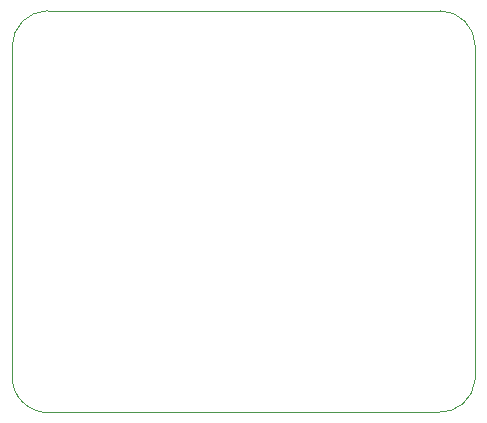
<source format=gbr>
%TF.GenerationSoftware,KiCad,Pcbnew,7.0.8*%
%TF.CreationDate,2025-06-01T22:45:16-07:00*%
%TF.ProjectId,ohm_project,6f686d5f-7072-46f6-9a65-63742e6b6963,rev?*%
%TF.SameCoordinates,Original*%
%TF.FileFunction,Profile,NP*%
%FSLAX46Y46*%
G04 Gerber Fmt 4.6, Leading zero omitted, Abs format (unit mm)*
G04 Created by KiCad (PCBNEW 7.0.8) date 2025-06-01 22:45:16*
%MOMM*%
%LPD*%
G01*
G04 APERTURE LIST*
%TA.AperFunction,Profile*%
%ADD10C,0.100000*%
%TD*%
G04 APERTURE END LIST*
D10*
X142000000Y-71600000D02*
G75*
G03*
X145200000Y-74800000I3000000J-200000D01*
G01*
X145000000Y-40800000D02*
G75*
G03*
X142000000Y-43800000I0J-3000000D01*
G01*
X178000000Y-74800000D02*
G75*
G03*
X181200000Y-72000000I200000J3000000D01*
G01*
X145000000Y-40800000D02*
X178200000Y-40800000D01*
X142000000Y-71600000D02*
X142000000Y-43800000D01*
X181200000Y-43800000D02*
G75*
G03*
X178200000Y-40800000I-3000000J0D01*
G01*
X178000000Y-74800000D02*
X145200000Y-74800000D01*
X181200000Y-72000000D02*
X181200000Y-43800000D01*
M02*

</source>
